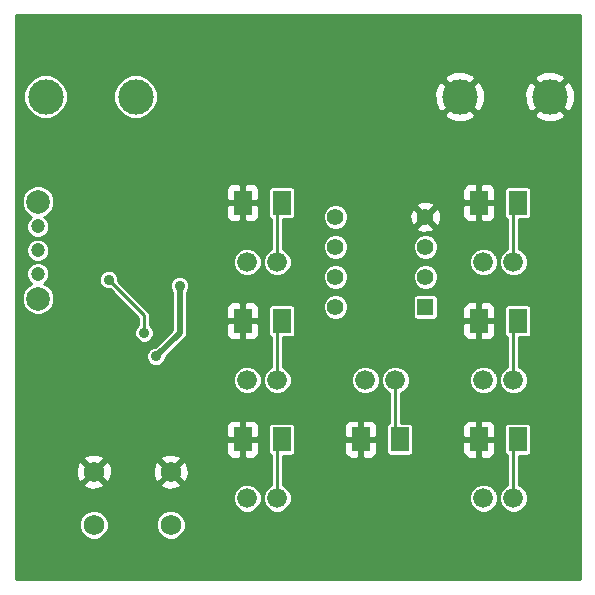
<source format=gbl>
G04 (created by PCBNEW (2013-07-07 BZR 4022)-stable) date 24.11.2014 19:09:12*
%MOIN*%
G04 Gerber Fmt 3.4, Leading zero omitted, Abs format*
%FSLAX34Y34*%
G01*
G70*
G90*
G04 APERTURE LIST*
%ADD10C,0.00590551*%
%ADD11R,0.06X0.08*%
%ADD12C,0.066*%
%ADD13C,0.11811*%
%ADD14R,0.055X0.055*%
%ADD15C,0.055*%
%ADD16C,0.0688976*%
%ADD17C,0.0472441*%
%ADD18C,0.0787402*%
%ADD19C,0.035*%
%ADD20C,0.01*%
%ADD21C,0.019685*%
G04 APERTURE END LIST*
G54D10*
G54D11*
X100256Y-43700D03*
X98956Y-43700D03*
X108130Y-51574D03*
X106830Y-51574D03*
X100256Y-47637D03*
X98956Y-47637D03*
X100256Y-51574D03*
X98956Y-51574D03*
X104193Y-51574D03*
X102893Y-51574D03*
X108130Y-43700D03*
X106830Y-43700D03*
X108130Y-47637D03*
X106830Y-47637D03*
G54D12*
X106980Y-53543D03*
X107980Y-53543D03*
X106980Y-49606D03*
X107980Y-49606D03*
X106980Y-45669D03*
X107980Y-45669D03*
X103043Y-49606D03*
X104043Y-49606D03*
X99106Y-53543D03*
X100106Y-53543D03*
X99106Y-49606D03*
X100106Y-49606D03*
X99106Y-45669D03*
X100106Y-45669D03*
G54D13*
X95387Y-40157D03*
X106187Y-40157D03*
X92387Y-40157D03*
X109187Y-40157D03*
G54D14*
X105043Y-47169D03*
G54D15*
X105043Y-46169D03*
X105043Y-45169D03*
X105043Y-44169D03*
X102043Y-44169D03*
X102043Y-45169D03*
X102043Y-46169D03*
X102043Y-47169D03*
G54D16*
X93996Y-54429D03*
X93996Y-52657D03*
X96555Y-52657D03*
X96555Y-54429D03*
G54D17*
X92125Y-45275D03*
X92125Y-46062D03*
G54D18*
X92125Y-46889D03*
X92125Y-43661D03*
G54D17*
X92125Y-44488D03*
G54D19*
X96850Y-49606D03*
X94488Y-49212D03*
X94488Y-46259D03*
X95669Y-48031D03*
X96062Y-48818D03*
X96850Y-46456D03*
G54D20*
X107980Y-45669D02*
X107980Y-43850D01*
X107980Y-43850D02*
X108130Y-43700D01*
X107980Y-49606D02*
X107980Y-47787D01*
X107980Y-47787D02*
X108130Y-47637D01*
X100106Y-45669D02*
X100106Y-43850D01*
X100106Y-43850D02*
X100256Y-43700D01*
X95669Y-47440D02*
X94488Y-46259D01*
X95669Y-47637D02*
X95669Y-47440D01*
X95669Y-48031D02*
X95669Y-47637D01*
X107980Y-53543D02*
X107980Y-51724D01*
X107980Y-51724D02*
X108130Y-51574D01*
X100106Y-53543D02*
X100106Y-51724D01*
X100106Y-51724D02*
X100256Y-51574D01*
X100106Y-49606D02*
X100106Y-47787D01*
X100106Y-47787D02*
X100256Y-47637D01*
X104043Y-49606D02*
X104043Y-51424D01*
X104043Y-51424D02*
X104193Y-51574D01*
G54D21*
X96850Y-48031D02*
X96850Y-46456D01*
X96850Y-48031D02*
X96062Y-48818D01*
G54D10*
G36*
X110186Y-56249D02*
X110030Y-56249D01*
X110030Y-40308D01*
X110024Y-39974D01*
X109908Y-39695D01*
X109783Y-39632D01*
X109712Y-39702D01*
X109712Y-39561D01*
X109649Y-39435D01*
X109338Y-39313D01*
X109003Y-39320D01*
X108724Y-39435D01*
X108661Y-39561D01*
X109187Y-40086D01*
X109712Y-39561D01*
X109712Y-39702D01*
X109257Y-40157D01*
X109783Y-40682D01*
X109908Y-40619D01*
X110030Y-40308D01*
X110030Y-56249D01*
X109712Y-56249D01*
X109712Y-40753D01*
X109187Y-40228D01*
X109116Y-40298D01*
X109116Y-40157D01*
X108590Y-39632D01*
X108465Y-39695D01*
X108343Y-40006D01*
X108349Y-40340D01*
X108465Y-40619D01*
X108590Y-40682D01*
X109116Y-40157D01*
X109116Y-40298D01*
X108661Y-40753D01*
X108724Y-40879D01*
X109035Y-41001D01*
X109370Y-40994D01*
X109649Y-40879D01*
X109712Y-40753D01*
X109712Y-56249D01*
X108580Y-56249D01*
X108580Y-51945D01*
X108580Y-51145D01*
X108580Y-48008D01*
X108580Y-47208D01*
X108580Y-44071D01*
X108580Y-43271D01*
X108557Y-43215D01*
X108515Y-43173D01*
X108460Y-43150D01*
X108400Y-43150D01*
X107800Y-43150D01*
X107745Y-43173D01*
X107703Y-43215D01*
X107680Y-43270D01*
X107680Y-43330D01*
X107680Y-44130D01*
X107703Y-44185D01*
X107745Y-44227D01*
X107780Y-44242D01*
X107780Y-45232D01*
X107708Y-45262D01*
X107573Y-45397D01*
X107500Y-45573D01*
X107500Y-45764D01*
X107573Y-45940D01*
X107708Y-46075D01*
X107884Y-46149D01*
X108075Y-46149D01*
X108251Y-46076D01*
X108387Y-45941D01*
X108460Y-45765D01*
X108460Y-45574D01*
X108387Y-45397D01*
X108252Y-45262D01*
X108180Y-45232D01*
X108180Y-44250D01*
X108460Y-44250D01*
X108515Y-44228D01*
X108557Y-44185D01*
X108580Y-44130D01*
X108580Y-44071D01*
X108580Y-47208D01*
X108557Y-47152D01*
X108515Y-47110D01*
X108460Y-47087D01*
X108400Y-47087D01*
X107800Y-47087D01*
X107745Y-47110D01*
X107703Y-47152D01*
X107680Y-47207D01*
X107680Y-47267D01*
X107680Y-48067D01*
X107703Y-48122D01*
X107745Y-48164D01*
X107780Y-48179D01*
X107780Y-49169D01*
X107708Y-49199D01*
X107573Y-49334D01*
X107500Y-49510D01*
X107500Y-49701D01*
X107573Y-49877D01*
X107708Y-50012D01*
X107884Y-50086D01*
X108075Y-50086D01*
X108251Y-50013D01*
X108387Y-49878D01*
X108460Y-49702D01*
X108460Y-49511D01*
X108387Y-49334D01*
X108252Y-49199D01*
X108180Y-49169D01*
X108180Y-48187D01*
X108460Y-48187D01*
X108515Y-48165D01*
X108557Y-48122D01*
X108580Y-48067D01*
X108580Y-48008D01*
X108580Y-51145D01*
X108557Y-51089D01*
X108515Y-51047D01*
X108460Y-51024D01*
X108400Y-51024D01*
X107800Y-51024D01*
X107745Y-51047D01*
X107703Y-51089D01*
X107680Y-51144D01*
X107680Y-51204D01*
X107680Y-52004D01*
X107703Y-52059D01*
X107745Y-52101D01*
X107780Y-52116D01*
X107780Y-53106D01*
X107708Y-53136D01*
X107573Y-53271D01*
X107500Y-53447D01*
X107500Y-53638D01*
X107573Y-53814D01*
X107708Y-53949D01*
X107884Y-54023D01*
X108075Y-54023D01*
X108251Y-53950D01*
X108387Y-53815D01*
X108460Y-53639D01*
X108460Y-53448D01*
X108387Y-53271D01*
X108252Y-53136D01*
X108180Y-53106D01*
X108180Y-52124D01*
X108460Y-52124D01*
X108515Y-52102D01*
X108557Y-52059D01*
X108580Y-52004D01*
X108580Y-51945D01*
X108580Y-56249D01*
X107460Y-56249D01*
X107460Y-53448D01*
X107460Y-49511D01*
X107460Y-45574D01*
X107387Y-45397D01*
X107380Y-45390D01*
X107380Y-44051D01*
X107380Y-43350D01*
X107380Y-43250D01*
X107342Y-43158D01*
X107271Y-43088D01*
X107179Y-43050D01*
X107030Y-43050D01*
X107030Y-40308D01*
X107024Y-39974D01*
X106908Y-39695D01*
X106783Y-39632D01*
X106712Y-39702D01*
X106712Y-39561D01*
X106649Y-39435D01*
X106338Y-39313D01*
X106003Y-39320D01*
X105724Y-39435D01*
X105661Y-39561D01*
X106187Y-40086D01*
X106712Y-39561D01*
X106712Y-39702D01*
X106257Y-40157D01*
X106783Y-40682D01*
X106908Y-40619D01*
X107030Y-40308D01*
X107030Y-43050D01*
X106942Y-43050D01*
X106880Y-43113D01*
X106880Y-43650D01*
X107317Y-43650D01*
X107380Y-43588D01*
X107380Y-43350D01*
X107380Y-44051D01*
X107380Y-43813D01*
X107317Y-43750D01*
X106880Y-43750D01*
X106880Y-44288D01*
X106942Y-44350D01*
X107179Y-44350D01*
X107271Y-44312D01*
X107342Y-44242D01*
X107380Y-44150D01*
X107380Y-44051D01*
X107380Y-45390D01*
X107252Y-45262D01*
X107076Y-45189D01*
X106885Y-45189D01*
X106780Y-45232D01*
X106780Y-44288D01*
X106780Y-43750D01*
X106780Y-43650D01*
X106780Y-43113D01*
X106717Y-43050D01*
X106712Y-43050D01*
X106712Y-40753D01*
X106187Y-40228D01*
X106116Y-40298D01*
X106116Y-40157D01*
X105590Y-39632D01*
X105465Y-39695D01*
X105343Y-40006D01*
X105349Y-40340D01*
X105465Y-40619D01*
X105590Y-40682D01*
X106116Y-40157D01*
X106116Y-40298D01*
X105661Y-40753D01*
X105724Y-40879D01*
X106035Y-41001D01*
X106370Y-40994D01*
X106649Y-40879D01*
X106712Y-40753D01*
X106712Y-43050D01*
X106480Y-43050D01*
X106388Y-43088D01*
X106318Y-43158D01*
X106280Y-43250D01*
X106280Y-43350D01*
X106280Y-43588D01*
X106342Y-43650D01*
X106780Y-43650D01*
X106780Y-43750D01*
X106342Y-43750D01*
X106280Y-43813D01*
X106280Y-44051D01*
X106280Y-44150D01*
X106318Y-44242D01*
X106388Y-44312D01*
X106480Y-44350D01*
X106717Y-44350D01*
X106780Y-44288D01*
X106780Y-45232D01*
X106708Y-45262D01*
X106573Y-45397D01*
X106500Y-45573D01*
X106500Y-45764D01*
X106573Y-45940D01*
X106708Y-46075D01*
X106884Y-46149D01*
X107075Y-46149D01*
X107251Y-46076D01*
X107387Y-45941D01*
X107460Y-45765D01*
X107460Y-45574D01*
X107460Y-49511D01*
X107387Y-49334D01*
X107380Y-49327D01*
X107380Y-47988D01*
X107380Y-47287D01*
X107380Y-47187D01*
X107342Y-47095D01*
X107271Y-47025D01*
X107179Y-46987D01*
X106942Y-46987D01*
X106880Y-47050D01*
X106880Y-47587D01*
X107317Y-47587D01*
X107380Y-47525D01*
X107380Y-47287D01*
X107380Y-47988D01*
X107380Y-47750D01*
X107317Y-47687D01*
X106880Y-47687D01*
X106880Y-48225D01*
X106942Y-48287D01*
X107179Y-48287D01*
X107271Y-48249D01*
X107342Y-48179D01*
X107380Y-48087D01*
X107380Y-47988D01*
X107380Y-49327D01*
X107252Y-49199D01*
X107076Y-49126D01*
X106885Y-49126D01*
X106780Y-49169D01*
X106780Y-48225D01*
X106780Y-47687D01*
X106780Y-47587D01*
X106780Y-47050D01*
X106717Y-46987D01*
X106480Y-46987D01*
X106388Y-47025D01*
X106318Y-47095D01*
X106280Y-47187D01*
X106280Y-47287D01*
X106280Y-47525D01*
X106342Y-47587D01*
X106780Y-47587D01*
X106780Y-47687D01*
X106342Y-47687D01*
X106280Y-47750D01*
X106280Y-47988D01*
X106280Y-48087D01*
X106318Y-48179D01*
X106388Y-48249D01*
X106480Y-48287D01*
X106717Y-48287D01*
X106780Y-48225D01*
X106780Y-49169D01*
X106708Y-49199D01*
X106573Y-49334D01*
X106500Y-49510D01*
X106500Y-49701D01*
X106573Y-49877D01*
X106708Y-50012D01*
X106884Y-50086D01*
X107075Y-50086D01*
X107251Y-50013D01*
X107387Y-49878D01*
X107460Y-49702D01*
X107460Y-49511D01*
X107460Y-53448D01*
X107387Y-53271D01*
X107380Y-53264D01*
X107380Y-51925D01*
X107380Y-51224D01*
X107380Y-51124D01*
X107342Y-51033D01*
X107271Y-50962D01*
X107179Y-50924D01*
X106942Y-50924D01*
X106880Y-50987D01*
X106880Y-51524D01*
X107317Y-51524D01*
X107380Y-51462D01*
X107380Y-51224D01*
X107380Y-51925D01*
X107380Y-51687D01*
X107317Y-51624D01*
X106880Y-51624D01*
X106880Y-52162D01*
X106942Y-52224D01*
X107179Y-52224D01*
X107271Y-52186D01*
X107342Y-52116D01*
X107380Y-52024D01*
X107380Y-51925D01*
X107380Y-53264D01*
X107252Y-53136D01*
X107076Y-53063D01*
X106885Y-53063D01*
X106780Y-53106D01*
X106780Y-52162D01*
X106780Y-51624D01*
X106780Y-51524D01*
X106780Y-50987D01*
X106717Y-50924D01*
X106480Y-50924D01*
X106388Y-50962D01*
X106318Y-51033D01*
X106280Y-51124D01*
X106280Y-51224D01*
X106280Y-51462D01*
X106342Y-51524D01*
X106780Y-51524D01*
X106780Y-51624D01*
X106342Y-51624D01*
X106280Y-51687D01*
X106280Y-51925D01*
X106280Y-52024D01*
X106318Y-52116D01*
X106388Y-52186D01*
X106480Y-52224D01*
X106717Y-52224D01*
X106780Y-52162D01*
X106780Y-53106D01*
X106708Y-53136D01*
X106573Y-53271D01*
X106500Y-53447D01*
X106500Y-53638D01*
X106573Y-53814D01*
X106708Y-53949D01*
X106884Y-54023D01*
X107075Y-54023D01*
X107251Y-53950D01*
X107387Y-53815D01*
X107460Y-53639D01*
X107460Y-53448D01*
X107460Y-56249D01*
X105573Y-56249D01*
X105573Y-44245D01*
X105561Y-44036D01*
X105503Y-43896D01*
X105411Y-43872D01*
X105340Y-43942D01*
X105340Y-43801D01*
X105316Y-43708D01*
X105119Y-43639D01*
X104910Y-43650D01*
X104770Y-43708D01*
X104746Y-43801D01*
X105043Y-44098D01*
X105340Y-43801D01*
X105340Y-43942D01*
X105114Y-44169D01*
X105411Y-44466D01*
X105503Y-44442D01*
X105573Y-44245D01*
X105573Y-56249D01*
X105468Y-56249D01*
X105468Y-46085D01*
X105468Y-45085D01*
X105403Y-44928D01*
X105340Y-44865D01*
X105340Y-44537D01*
X105043Y-44240D01*
X104972Y-44310D01*
X104972Y-44169D01*
X104675Y-43872D01*
X104582Y-43896D01*
X104513Y-44093D01*
X104524Y-44302D01*
X104582Y-44442D01*
X104675Y-44466D01*
X104972Y-44169D01*
X104972Y-44310D01*
X104746Y-44537D01*
X104770Y-44629D01*
X104967Y-44699D01*
X105176Y-44687D01*
X105316Y-44629D01*
X105340Y-44537D01*
X105340Y-44865D01*
X105284Y-44809D01*
X105128Y-44744D01*
X104959Y-44744D01*
X104802Y-44808D01*
X104683Y-44928D01*
X104618Y-45084D01*
X104618Y-45253D01*
X104682Y-45409D01*
X104802Y-45529D01*
X104958Y-45594D01*
X105127Y-45594D01*
X105283Y-45529D01*
X105403Y-45410D01*
X105468Y-45254D01*
X105468Y-45085D01*
X105468Y-46085D01*
X105403Y-45928D01*
X105284Y-45809D01*
X105128Y-45744D01*
X104959Y-45744D01*
X104802Y-45808D01*
X104683Y-45928D01*
X104618Y-46084D01*
X104618Y-46253D01*
X104682Y-46409D01*
X104802Y-46529D01*
X104958Y-46594D01*
X105127Y-46594D01*
X105283Y-46529D01*
X105403Y-46410D01*
X105468Y-46254D01*
X105468Y-46085D01*
X105468Y-56249D01*
X105468Y-56249D01*
X105468Y-47414D01*
X105468Y-46864D01*
X105445Y-46809D01*
X105403Y-46767D01*
X105348Y-46744D01*
X105288Y-46744D01*
X104738Y-46744D01*
X104683Y-46767D01*
X104641Y-46809D01*
X104618Y-46864D01*
X104618Y-46923D01*
X104618Y-47473D01*
X104641Y-47529D01*
X104683Y-47571D01*
X104738Y-47594D01*
X104798Y-47594D01*
X105348Y-47594D01*
X105403Y-47571D01*
X105445Y-47529D01*
X105468Y-47474D01*
X105468Y-47414D01*
X105468Y-56249D01*
X104643Y-56249D01*
X104643Y-51945D01*
X104643Y-51145D01*
X104620Y-51089D01*
X104578Y-51047D01*
X104523Y-51024D01*
X104463Y-51024D01*
X104243Y-51024D01*
X104243Y-50043D01*
X104314Y-50013D01*
X104449Y-49878D01*
X104523Y-49702D01*
X104523Y-49511D01*
X104450Y-49334D01*
X104315Y-49199D01*
X104139Y-49126D01*
X103948Y-49126D01*
X103771Y-49199D01*
X103636Y-49334D01*
X103563Y-49510D01*
X103563Y-49701D01*
X103636Y-49877D01*
X103771Y-50012D01*
X103843Y-50042D01*
X103843Y-51033D01*
X103808Y-51047D01*
X103766Y-51089D01*
X103743Y-51144D01*
X103743Y-51204D01*
X103743Y-52004D01*
X103766Y-52059D01*
X103808Y-52101D01*
X103863Y-52124D01*
X103923Y-52124D01*
X104523Y-52124D01*
X104578Y-52102D01*
X104620Y-52059D01*
X104643Y-52004D01*
X104643Y-51945D01*
X104643Y-56249D01*
X103523Y-56249D01*
X103523Y-49511D01*
X103450Y-49334D01*
X103315Y-49199D01*
X103139Y-49126D01*
X102948Y-49126D01*
X102771Y-49199D01*
X102636Y-49334D01*
X102563Y-49510D01*
X102563Y-49701D01*
X102636Y-49877D01*
X102771Y-50012D01*
X102947Y-50086D01*
X103138Y-50086D01*
X103314Y-50013D01*
X103449Y-49878D01*
X103523Y-49702D01*
X103523Y-49511D01*
X103523Y-56249D01*
X103443Y-56249D01*
X103443Y-51925D01*
X103443Y-51224D01*
X103443Y-51124D01*
X103405Y-51033D01*
X103334Y-50962D01*
X103242Y-50924D01*
X103005Y-50924D01*
X102943Y-50987D01*
X102943Y-51524D01*
X103380Y-51524D01*
X103443Y-51462D01*
X103443Y-51224D01*
X103443Y-51925D01*
X103443Y-51687D01*
X103380Y-51624D01*
X102943Y-51624D01*
X102943Y-52162D01*
X103005Y-52224D01*
X103242Y-52224D01*
X103334Y-52186D01*
X103405Y-52116D01*
X103443Y-52024D01*
X103443Y-51925D01*
X103443Y-56249D01*
X102843Y-56249D01*
X102843Y-52162D01*
X102843Y-51624D01*
X102843Y-51524D01*
X102843Y-50987D01*
X102780Y-50924D01*
X102543Y-50924D01*
X102468Y-50955D01*
X102468Y-47085D01*
X102468Y-46085D01*
X102468Y-45085D01*
X102468Y-44085D01*
X102403Y-43928D01*
X102284Y-43809D01*
X102128Y-43744D01*
X101959Y-43744D01*
X101802Y-43808D01*
X101683Y-43928D01*
X101618Y-44084D01*
X101618Y-44253D01*
X101682Y-44409D01*
X101802Y-44529D01*
X101958Y-44594D01*
X102127Y-44594D01*
X102283Y-44529D01*
X102403Y-44410D01*
X102468Y-44254D01*
X102468Y-44085D01*
X102468Y-45085D01*
X102403Y-44928D01*
X102284Y-44809D01*
X102128Y-44744D01*
X101959Y-44744D01*
X101802Y-44808D01*
X101683Y-44928D01*
X101618Y-45084D01*
X101618Y-45253D01*
X101682Y-45409D01*
X101802Y-45529D01*
X101958Y-45594D01*
X102127Y-45594D01*
X102283Y-45529D01*
X102403Y-45410D01*
X102468Y-45254D01*
X102468Y-45085D01*
X102468Y-46085D01*
X102403Y-45928D01*
X102284Y-45809D01*
X102128Y-45744D01*
X101959Y-45744D01*
X101802Y-45808D01*
X101683Y-45928D01*
X101618Y-46084D01*
X101618Y-46253D01*
X101682Y-46409D01*
X101802Y-46529D01*
X101958Y-46594D01*
X102127Y-46594D01*
X102283Y-46529D01*
X102403Y-46410D01*
X102468Y-46254D01*
X102468Y-46085D01*
X102468Y-47085D01*
X102403Y-46928D01*
X102284Y-46809D01*
X102128Y-46744D01*
X101959Y-46744D01*
X101802Y-46808D01*
X101683Y-46928D01*
X101618Y-47084D01*
X101618Y-47253D01*
X101682Y-47409D01*
X101802Y-47529D01*
X101958Y-47594D01*
X102127Y-47594D01*
X102283Y-47529D01*
X102403Y-47410D01*
X102468Y-47254D01*
X102468Y-47085D01*
X102468Y-50955D01*
X102451Y-50962D01*
X102381Y-51033D01*
X102343Y-51124D01*
X102343Y-51224D01*
X102343Y-51462D01*
X102405Y-51524D01*
X102843Y-51524D01*
X102843Y-51624D01*
X102405Y-51624D01*
X102343Y-51687D01*
X102343Y-51925D01*
X102343Y-52024D01*
X102381Y-52116D01*
X102451Y-52186D01*
X102543Y-52224D01*
X102780Y-52224D01*
X102843Y-52162D01*
X102843Y-56249D01*
X100706Y-56249D01*
X100706Y-51945D01*
X100706Y-51145D01*
X100706Y-48008D01*
X100706Y-47208D01*
X100706Y-44071D01*
X100706Y-43271D01*
X100683Y-43215D01*
X100641Y-43173D01*
X100586Y-43150D01*
X100526Y-43150D01*
X99926Y-43150D01*
X99871Y-43173D01*
X99829Y-43215D01*
X99806Y-43270D01*
X99806Y-43330D01*
X99806Y-44130D01*
X99829Y-44185D01*
X99871Y-44227D01*
X99906Y-44242D01*
X99906Y-45232D01*
X99834Y-45262D01*
X99699Y-45397D01*
X99626Y-45573D01*
X99626Y-45764D01*
X99699Y-45940D01*
X99834Y-46075D01*
X100010Y-46149D01*
X100201Y-46149D01*
X100377Y-46076D01*
X100512Y-45941D01*
X100586Y-45765D01*
X100586Y-45574D01*
X100513Y-45397D01*
X100378Y-45262D01*
X100306Y-45232D01*
X100306Y-44250D01*
X100586Y-44250D01*
X100641Y-44228D01*
X100683Y-44185D01*
X100706Y-44130D01*
X100706Y-44071D01*
X100706Y-47208D01*
X100683Y-47152D01*
X100641Y-47110D01*
X100586Y-47087D01*
X100526Y-47087D01*
X99926Y-47087D01*
X99871Y-47110D01*
X99829Y-47152D01*
X99806Y-47207D01*
X99806Y-47267D01*
X99806Y-48067D01*
X99829Y-48122D01*
X99871Y-48164D01*
X99906Y-48179D01*
X99906Y-49169D01*
X99834Y-49199D01*
X99699Y-49334D01*
X99626Y-49510D01*
X99626Y-49701D01*
X99699Y-49877D01*
X99834Y-50012D01*
X100010Y-50086D01*
X100201Y-50086D01*
X100377Y-50013D01*
X100512Y-49878D01*
X100586Y-49702D01*
X100586Y-49511D01*
X100513Y-49334D01*
X100378Y-49199D01*
X100306Y-49169D01*
X100306Y-48187D01*
X100586Y-48187D01*
X100641Y-48165D01*
X100683Y-48122D01*
X100706Y-48067D01*
X100706Y-48008D01*
X100706Y-51145D01*
X100683Y-51089D01*
X100641Y-51047D01*
X100586Y-51024D01*
X100526Y-51024D01*
X99926Y-51024D01*
X99871Y-51047D01*
X99829Y-51089D01*
X99806Y-51144D01*
X99806Y-51204D01*
X99806Y-52004D01*
X99829Y-52059D01*
X99871Y-52101D01*
X99906Y-52116D01*
X99906Y-53106D01*
X99834Y-53136D01*
X99699Y-53271D01*
X99626Y-53447D01*
X99626Y-53638D01*
X99699Y-53814D01*
X99834Y-53949D01*
X100010Y-54023D01*
X100201Y-54023D01*
X100377Y-53950D01*
X100512Y-53815D01*
X100586Y-53639D01*
X100586Y-53448D01*
X100513Y-53271D01*
X100378Y-53136D01*
X100306Y-53106D01*
X100306Y-52124D01*
X100586Y-52124D01*
X100641Y-52102D01*
X100683Y-52059D01*
X100706Y-52004D01*
X100706Y-51945D01*
X100706Y-56249D01*
X99586Y-56249D01*
X99586Y-53448D01*
X99586Y-49511D01*
X99586Y-45574D01*
X99513Y-45397D01*
X99506Y-45390D01*
X99506Y-44051D01*
X99506Y-43350D01*
X99506Y-43250D01*
X99468Y-43158D01*
X99397Y-43088D01*
X99305Y-43050D01*
X99068Y-43050D01*
X99006Y-43113D01*
X99006Y-43650D01*
X99443Y-43650D01*
X99506Y-43588D01*
X99506Y-43350D01*
X99506Y-44051D01*
X99506Y-43813D01*
X99443Y-43750D01*
X99006Y-43750D01*
X99006Y-44288D01*
X99068Y-44350D01*
X99305Y-44350D01*
X99397Y-44312D01*
X99468Y-44242D01*
X99506Y-44150D01*
X99506Y-44051D01*
X99506Y-45390D01*
X99378Y-45262D01*
X99202Y-45189D01*
X99011Y-45189D01*
X98906Y-45232D01*
X98906Y-44288D01*
X98906Y-43750D01*
X98906Y-43650D01*
X98906Y-43113D01*
X98843Y-43050D01*
X98606Y-43050D01*
X98514Y-43088D01*
X98444Y-43158D01*
X98406Y-43250D01*
X98406Y-43350D01*
X98406Y-43588D01*
X98468Y-43650D01*
X98906Y-43650D01*
X98906Y-43750D01*
X98468Y-43750D01*
X98406Y-43813D01*
X98406Y-44051D01*
X98406Y-44150D01*
X98444Y-44242D01*
X98514Y-44312D01*
X98606Y-44350D01*
X98843Y-44350D01*
X98906Y-44288D01*
X98906Y-45232D01*
X98834Y-45262D01*
X98699Y-45397D01*
X98626Y-45573D01*
X98626Y-45764D01*
X98699Y-45940D01*
X98834Y-46075D01*
X99010Y-46149D01*
X99201Y-46149D01*
X99377Y-46076D01*
X99512Y-45941D01*
X99586Y-45765D01*
X99586Y-45574D01*
X99586Y-49511D01*
X99513Y-49334D01*
X99506Y-49327D01*
X99506Y-47988D01*
X99506Y-47287D01*
X99506Y-47187D01*
X99468Y-47095D01*
X99397Y-47025D01*
X99305Y-46987D01*
X99068Y-46987D01*
X99006Y-47050D01*
X99006Y-47587D01*
X99443Y-47587D01*
X99506Y-47525D01*
X99506Y-47287D01*
X99506Y-47988D01*
X99506Y-47750D01*
X99443Y-47687D01*
X99006Y-47687D01*
X99006Y-48225D01*
X99068Y-48287D01*
X99305Y-48287D01*
X99397Y-48249D01*
X99468Y-48179D01*
X99506Y-48087D01*
X99506Y-47988D01*
X99506Y-49327D01*
X99378Y-49199D01*
X99202Y-49126D01*
X99011Y-49126D01*
X98906Y-49169D01*
X98906Y-48225D01*
X98906Y-47687D01*
X98906Y-47587D01*
X98906Y-47050D01*
X98843Y-46987D01*
X98606Y-46987D01*
X98514Y-47025D01*
X98444Y-47095D01*
X98406Y-47187D01*
X98406Y-47287D01*
X98406Y-47525D01*
X98468Y-47587D01*
X98906Y-47587D01*
X98906Y-47687D01*
X98468Y-47687D01*
X98406Y-47750D01*
X98406Y-47988D01*
X98406Y-48087D01*
X98444Y-48179D01*
X98514Y-48249D01*
X98606Y-48287D01*
X98843Y-48287D01*
X98906Y-48225D01*
X98906Y-49169D01*
X98834Y-49199D01*
X98699Y-49334D01*
X98626Y-49510D01*
X98626Y-49701D01*
X98699Y-49877D01*
X98834Y-50012D01*
X99010Y-50086D01*
X99201Y-50086D01*
X99377Y-50013D01*
X99512Y-49878D01*
X99586Y-49702D01*
X99586Y-49511D01*
X99586Y-53448D01*
X99513Y-53271D01*
X99506Y-53264D01*
X99506Y-51925D01*
X99506Y-51224D01*
X99506Y-51124D01*
X99468Y-51033D01*
X99397Y-50962D01*
X99305Y-50924D01*
X99068Y-50924D01*
X99006Y-50987D01*
X99006Y-51524D01*
X99443Y-51524D01*
X99506Y-51462D01*
X99506Y-51224D01*
X99506Y-51925D01*
X99506Y-51687D01*
X99443Y-51624D01*
X99006Y-51624D01*
X99006Y-52162D01*
X99068Y-52224D01*
X99305Y-52224D01*
X99397Y-52186D01*
X99468Y-52116D01*
X99506Y-52024D01*
X99506Y-51925D01*
X99506Y-53264D01*
X99378Y-53136D01*
X99202Y-53063D01*
X99011Y-53063D01*
X98906Y-53106D01*
X98906Y-52162D01*
X98906Y-51624D01*
X98906Y-51524D01*
X98906Y-50987D01*
X98843Y-50924D01*
X98606Y-50924D01*
X98514Y-50962D01*
X98444Y-51033D01*
X98406Y-51124D01*
X98406Y-51224D01*
X98406Y-51462D01*
X98468Y-51524D01*
X98906Y-51524D01*
X98906Y-51624D01*
X98468Y-51624D01*
X98406Y-51687D01*
X98406Y-51925D01*
X98406Y-52024D01*
X98444Y-52116D01*
X98514Y-52186D01*
X98606Y-52224D01*
X98843Y-52224D01*
X98906Y-52162D01*
X98906Y-53106D01*
X98834Y-53136D01*
X98699Y-53271D01*
X98626Y-53447D01*
X98626Y-53638D01*
X98699Y-53814D01*
X98834Y-53949D01*
X99010Y-54023D01*
X99201Y-54023D01*
X99377Y-53950D01*
X99512Y-53815D01*
X99586Y-53639D01*
X99586Y-53448D01*
X99586Y-56249D01*
X97175Y-56249D01*
X97175Y-46392D01*
X97126Y-46272D01*
X97034Y-46181D01*
X96915Y-46131D01*
X96786Y-46131D01*
X96666Y-46181D01*
X96575Y-46272D01*
X96525Y-46391D01*
X96525Y-46521D01*
X96574Y-46640D01*
X96601Y-46667D01*
X96601Y-47928D01*
X96128Y-48402D01*
X96128Y-40010D01*
X96015Y-39738D01*
X95807Y-39530D01*
X95535Y-39417D01*
X95241Y-39416D01*
X94968Y-39529D01*
X94760Y-39737D01*
X94647Y-40009D01*
X94647Y-40304D01*
X94759Y-40576D01*
X94967Y-40784D01*
X95239Y-40897D01*
X95534Y-40898D01*
X95806Y-40785D01*
X96015Y-40577D01*
X96128Y-40305D01*
X96128Y-40010D01*
X96128Y-48402D01*
X96036Y-48493D01*
X95998Y-48493D01*
X95994Y-48495D01*
X95994Y-47967D01*
X95944Y-47847D01*
X95869Y-47771D01*
X95869Y-47637D01*
X95869Y-47440D01*
X95854Y-47364D01*
X95854Y-47364D01*
X95839Y-47342D01*
X95810Y-47299D01*
X95810Y-47299D01*
X94813Y-46301D01*
X94813Y-46195D01*
X94763Y-46075D01*
X94672Y-45984D01*
X94553Y-45934D01*
X94423Y-45934D01*
X94304Y-45984D01*
X94212Y-46075D01*
X94163Y-46194D01*
X94163Y-46324D01*
X94212Y-46443D01*
X94303Y-46535D01*
X94423Y-46584D01*
X94530Y-46584D01*
X95469Y-47523D01*
X95469Y-47637D01*
X95469Y-47771D01*
X95393Y-47847D01*
X95344Y-47966D01*
X95344Y-48095D01*
X95393Y-48215D01*
X95484Y-48306D01*
X95604Y-48356D01*
X95733Y-48356D01*
X95853Y-48307D01*
X95944Y-48215D01*
X95994Y-48096D01*
X95994Y-47967D01*
X95994Y-48495D01*
X95879Y-48543D01*
X95787Y-48634D01*
X95738Y-48753D01*
X95737Y-48883D01*
X95787Y-49002D01*
X95878Y-49094D01*
X95998Y-49143D01*
X96127Y-49143D01*
X96246Y-49094D01*
X96338Y-49003D01*
X96387Y-48883D01*
X96387Y-48845D01*
X97026Y-48207D01*
X97079Y-48126D01*
X97079Y-48126D01*
X97083Y-48110D01*
X97098Y-48031D01*
X97098Y-48031D01*
X97098Y-46667D01*
X97125Y-46641D01*
X97175Y-46521D01*
X97175Y-46392D01*
X97175Y-56249D01*
X97154Y-56249D01*
X97154Y-52749D01*
X97143Y-52513D01*
X97073Y-52342D01*
X96973Y-52310D01*
X96902Y-52380D01*
X96902Y-52239D01*
X96869Y-52139D01*
X96647Y-52058D01*
X96411Y-52068D01*
X96240Y-52139D01*
X96207Y-52239D01*
X96555Y-52586D01*
X96902Y-52239D01*
X96902Y-52380D01*
X96625Y-52657D01*
X96973Y-53004D01*
X97073Y-52972D01*
X97154Y-52749D01*
X97154Y-56249D01*
X97049Y-56249D01*
X97049Y-54331D01*
X96974Y-54149D01*
X96902Y-54077D01*
X96902Y-53075D01*
X96555Y-52728D01*
X96484Y-52798D01*
X96484Y-52657D01*
X96136Y-52310D01*
X96037Y-52342D01*
X95956Y-52565D01*
X95966Y-52801D01*
X96037Y-52972D01*
X96136Y-53004D01*
X96484Y-52657D01*
X96484Y-52798D01*
X96207Y-53075D01*
X96240Y-53175D01*
X96462Y-53256D01*
X96699Y-53246D01*
X96869Y-53175D01*
X96902Y-53075D01*
X96902Y-54077D01*
X96835Y-54010D01*
X96653Y-53934D01*
X96457Y-53934D01*
X96275Y-54009D01*
X96136Y-54148D01*
X96060Y-54330D01*
X96060Y-54527D01*
X96135Y-54708D01*
X96274Y-54848D01*
X96456Y-54923D01*
X96653Y-54923D01*
X96834Y-54848D01*
X96974Y-54709D01*
X97049Y-54527D01*
X97049Y-54331D01*
X97049Y-56249D01*
X94595Y-56249D01*
X94595Y-52749D01*
X94584Y-52513D01*
X94514Y-52342D01*
X94414Y-52310D01*
X94343Y-52380D01*
X94343Y-52239D01*
X94310Y-52139D01*
X94088Y-52058D01*
X93852Y-52068D01*
X93681Y-52139D01*
X93648Y-52239D01*
X93996Y-52586D01*
X94343Y-52239D01*
X94343Y-52380D01*
X94066Y-52657D01*
X94414Y-53004D01*
X94514Y-52972D01*
X94595Y-52749D01*
X94595Y-56249D01*
X94490Y-56249D01*
X94490Y-54331D01*
X94415Y-54149D01*
X94343Y-54077D01*
X94343Y-53075D01*
X93996Y-52728D01*
X93925Y-52798D01*
X93925Y-52657D01*
X93577Y-52310D01*
X93477Y-52342D01*
X93397Y-52565D01*
X93407Y-52801D01*
X93477Y-52972D01*
X93577Y-53004D01*
X93925Y-52657D01*
X93925Y-52798D01*
X93648Y-53075D01*
X93681Y-53175D01*
X93903Y-53256D01*
X94139Y-53246D01*
X94310Y-53175D01*
X94343Y-53075D01*
X94343Y-54077D01*
X94276Y-54010D01*
X94094Y-53934D01*
X93898Y-53934D01*
X93716Y-54009D01*
X93577Y-54148D01*
X93501Y-54330D01*
X93501Y-54527D01*
X93576Y-54708D01*
X93715Y-54848D01*
X93897Y-54923D01*
X94093Y-54923D01*
X94275Y-54848D01*
X94415Y-54709D01*
X94490Y-54527D01*
X94490Y-54331D01*
X94490Y-56249D01*
X93128Y-56249D01*
X93128Y-40010D01*
X93015Y-39738D01*
X92807Y-39530D01*
X92535Y-39417D01*
X92241Y-39416D01*
X91968Y-39529D01*
X91760Y-39737D01*
X91647Y-40009D01*
X91647Y-40304D01*
X91759Y-40576D01*
X91967Y-40784D01*
X92239Y-40897D01*
X92534Y-40898D01*
X92806Y-40785D01*
X93015Y-40577D01*
X93128Y-40305D01*
X93128Y-40010D01*
X93128Y-56249D01*
X92669Y-56249D01*
X92669Y-46782D01*
X92669Y-43553D01*
X92587Y-43353D01*
X92434Y-43200D01*
X92234Y-43117D01*
X92018Y-43117D01*
X91818Y-43200D01*
X91665Y-43353D01*
X91582Y-43552D01*
X91582Y-43769D01*
X91664Y-43968D01*
X91817Y-44122D01*
X91908Y-44159D01*
X91907Y-44160D01*
X91798Y-44269D01*
X91739Y-44411D01*
X91739Y-44564D01*
X91798Y-44706D01*
X91906Y-44815D01*
X92048Y-44874D01*
X92202Y-44874D01*
X92344Y-44815D01*
X92453Y-44707D01*
X92512Y-44565D01*
X92512Y-44411D01*
X92453Y-44269D01*
X92345Y-44160D01*
X92342Y-44160D01*
X92433Y-44122D01*
X92586Y-43969D01*
X92669Y-43770D01*
X92669Y-43553D01*
X92669Y-46782D01*
X92587Y-46582D01*
X92434Y-46429D01*
X92343Y-46391D01*
X92344Y-46390D01*
X92453Y-46282D01*
X92512Y-46140D01*
X92512Y-45986D01*
X92512Y-45199D01*
X92453Y-45057D01*
X92345Y-44948D01*
X92203Y-44889D01*
X92049Y-44889D01*
X91907Y-44947D01*
X91798Y-45056D01*
X91739Y-45198D01*
X91739Y-45352D01*
X91798Y-45494D01*
X91906Y-45602D01*
X92048Y-45661D01*
X92202Y-45661D01*
X92344Y-45603D01*
X92453Y-45494D01*
X92512Y-45352D01*
X92512Y-45199D01*
X92512Y-45986D01*
X92453Y-45844D01*
X92345Y-45735D01*
X92203Y-45676D01*
X92049Y-45676D01*
X91907Y-45735D01*
X91798Y-45843D01*
X91739Y-45985D01*
X91739Y-46139D01*
X91798Y-46281D01*
X91906Y-46390D01*
X91909Y-46391D01*
X91818Y-46428D01*
X91665Y-46581D01*
X91582Y-46781D01*
X91582Y-46997D01*
X91664Y-47197D01*
X91817Y-47350D01*
X92017Y-47433D01*
X92233Y-47433D01*
X92433Y-47350D01*
X92586Y-47198D01*
X92669Y-46998D01*
X92669Y-46782D01*
X92669Y-56249D01*
X91388Y-56249D01*
X91388Y-37451D01*
X110186Y-37451D01*
X110186Y-56249D01*
X110186Y-56249D01*
G37*
G54D20*
X110186Y-56249D02*
X110030Y-56249D01*
X110030Y-40308D01*
X110024Y-39974D01*
X109908Y-39695D01*
X109783Y-39632D01*
X109712Y-39702D01*
X109712Y-39561D01*
X109649Y-39435D01*
X109338Y-39313D01*
X109003Y-39320D01*
X108724Y-39435D01*
X108661Y-39561D01*
X109187Y-40086D01*
X109712Y-39561D01*
X109712Y-39702D01*
X109257Y-40157D01*
X109783Y-40682D01*
X109908Y-40619D01*
X110030Y-40308D01*
X110030Y-56249D01*
X109712Y-56249D01*
X109712Y-40753D01*
X109187Y-40228D01*
X109116Y-40298D01*
X109116Y-40157D01*
X108590Y-39632D01*
X108465Y-39695D01*
X108343Y-40006D01*
X108349Y-40340D01*
X108465Y-40619D01*
X108590Y-40682D01*
X109116Y-40157D01*
X109116Y-40298D01*
X108661Y-40753D01*
X108724Y-40879D01*
X109035Y-41001D01*
X109370Y-40994D01*
X109649Y-40879D01*
X109712Y-40753D01*
X109712Y-56249D01*
X108580Y-56249D01*
X108580Y-51945D01*
X108580Y-51145D01*
X108580Y-48008D01*
X108580Y-47208D01*
X108580Y-44071D01*
X108580Y-43271D01*
X108557Y-43215D01*
X108515Y-43173D01*
X108460Y-43150D01*
X108400Y-43150D01*
X107800Y-43150D01*
X107745Y-43173D01*
X107703Y-43215D01*
X107680Y-43270D01*
X107680Y-43330D01*
X107680Y-44130D01*
X107703Y-44185D01*
X107745Y-44227D01*
X107780Y-44242D01*
X107780Y-45232D01*
X107708Y-45262D01*
X107573Y-45397D01*
X107500Y-45573D01*
X107500Y-45764D01*
X107573Y-45940D01*
X107708Y-46075D01*
X107884Y-46149D01*
X108075Y-46149D01*
X108251Y-46076D01*
X108387Y-45941D01*
X108460Y-45765D01*
X108460Y-45574D01*
X108387Y-45397D01*
X108252Y-45262D01*
X108180Y-45232D01*
X108180Y-44250D01*
X108460Y-44250D01*
X108515Y-44228D01*
X108557Y-44185D01*
X108580Y-44130D01*
X108580Y-44071D01*
X108580Y-47208D01*
X108557Y-47152D01*
X108515Y-47110D01*
X108460Y-47087D01*
X108400Y-47087D01*
X107800Y-47087D01*
X107745Y-47110D01*
X107703Y-47152D01*
X107680Y-47207D01*
X107680Y-47267D01*
X107680Y-48067D01*
X107703Y-48122D01*
X107745Y-48164D01*
X107780Y-48179D01*
X107780Y-49169D01*
X107708Y-49199D01*
X107573Y-49334D01*
X107500Y-49510D01*
X107500Y-49701D01*
X107573Y-49877D01*
X107708Y-50012D01*
X107884Y-50086D01*
X108075Y-50086D01*
X108251Y-50013D01*
X108387Y-49878D01*
X108460Y-49702D01*
X108460Y-49511D01*
X108387Y-49334D01*
X108252Y-49199D01*
X108180Y-49169D01*
X108180Y-48187D01*
X108460Y-48187D01*
X108515Y-48165D01*
X108557Y-48122D01*
X108580Y-48067D01*
X108580Y-48008D01*
X108580Y-51145D01*
X108557Y-51089D01*
X108515Y-51047D01*
X108460Y-51024D01*
X108400Y-51024D01*
X107800Y-51024D01*
X107745Y-51047D01*
X107703Y-51089D01*
X107680Y-51144D01*
X107680Y-51204D01*
X107680Y-52004D01*
X107703Y-52059D01*
X107745Y-52101D01*
X107780Y-52116D01*
X107780Y-53106D01*
X107708Y-53136D01*
X107573Y-53271D01*
X107500Y-53447D01*
X107500Y-53638D01*
X107573Y-53814D01*
X107708Y-53949D01*
X107884Y-54023D01*
X108075Y-54023D01*
X108251Y-53950D01*
X108387Y-53815D01*
X108460Y-53639D01*
X108460Y-53448D01*
X108387Y-53271D01*
X108252Y-53136D01*
X108180Y-53106D01*
X108180Y-52124D01*
X108460Y-52124D01*
X108515Y-52102D01*
X108557Y-52059D01*
X108580Y-52004D01*
X108580Y-51945D01*
X108580Y-56249D01*
X107460Y-56249D01*
X107460Y-53448D01*
X107460Y-49511D01*
X107460Y-45574D01*
X107387Y-45397D01*
X107380Y-45390D01*
X107380Y-44051D01*
X107380Y-43350D01*
X107380Y-43250D01*
X107342Y-43158D01*
X107271Y-43088D01*
X107179Y-43050D01*
X107030Y-43050D01*
X107030Y-40308D01*
X107024Y-39974D01*
X106908Y-39695D01*
X106783Y-39632D01*
X106712Y-39702D01*
X106712Y-39561D01*
X106649Y-39435D01*
X106338Y-39313D01*
X106003Y-39320D01*
X105724Y-39435D01*
X105661Y-39561D01*
X106187Y-40086D01*
X106712Y-39561D01*
X106712Y-39702D01*
X106257Y-40157D01*
X106783Y-40682D01*
X106908Y-40619D01*
X107030Y-40308D01*
X107030Y-43050D01*
X106942Y-43050D01*
X106880Y-43113D01*
X106880Y-43650D01*
X107317Y-43650D01*
X107380Y-43588D01*
X107380Y-43350D01*
X107380Y-44051D01*
X107380Y-43813D01*
X107317Y-43750D01*
X106880Y-43750D01*
X106880Y-44288D01*
X106942Y-44350D01*
X107179Y-44350D01*
X107271Y-44312D01*
X107342Y-44242D01*
X107380Y-44150D01*
X107380Y-44051D01*
X107380Y-45390D01*
X107252Y-45262D01*
X107076Y-45189D01*
X106885Y-45189D01*
X106780Y-45232D01*
X106780Y-44288D01*
X106780Y-43750D01*
X106780Y-43650D01*
X106780Y-43113D01*
X106717Y-43050D01*
X106712Y-43050D01*
X106712Y-40753D01*
X106187Y-40228D01*
X106116Y-40298D01*
X106116Y-40157D01*
X105590Y-39632D01*
X105465Y-39695D01*
X105343Y-40006D01*
X105349Y-40340D01*
X105465Y-40619D01*
X105590Y-40682D01*
X106116Y-40157D01*
X106116Y-40298D01*
X105661Y-40753D01*
X105724Y-40879D01*
X106035Y-41001D01*
X106370Y-40994D01*
X106649Y-40879D01*
X106712Y-40753D01*
X106712Y-43050D01*
X106480Y-43050D01*
X106388Y-43088D01*
X106318Y-43158D01*
X106280Y-43250D01*
X106280Y-43350D01*
X106280Y-43588D01*
X106342Y-43650D01*
X106780Y-43650D01*
X106780Y-43750D01*
X106342Y-43750D01*
X106280Y-43813D01*
X106280Y-44051D01*
X106280Y-44150D01*
X106318Y-44242D01*
X106388Y-44312D01*
X106480Y-44350D01*
X106717Y-44350D01*
X106780Y-44288D01*
X106780Y-45232D01*
X106708Y-45262D01*
X106573Y-45397D01*
X106500Y-45573D01*
X106500Y-45764D01*
X106573Y-45940D01*
X106708Y-46075D01*
X106884Y-46149D01*
X107075Y-46149D01*
X107251Y-46076D01*
X107387Y-45941D01*
X107460Y-45765D01*
X107460Y-45574D01*
X107460Y-49511D01*
X107387Y-49334D01*
X107380Y-49327D01*
X107380Y-47988D01*
X107380Y-47287D01*
X107380Y-47187D01*
X107342Y-47095D01*
X107271Y-47025D01*
X107179Y-46987D01*
X106942Y-46987D01*
X106880Y-47050D01*
X106880Y-47587D01*
X107317Y-47587D01*
X107380Y-47525D01*
X107380Y-47287D01*
X107380Y-47988D01*
X107380Y-47750D01*
X107317Y-47687D01*
X106880Y-47687D01*
X106880Y-48225D01*
X106942Y-48287D01*
X107179Y-48287D01*
X107271Y-48249D01*
X107342Y-48179D01*
X107380Y-48087D01*
X107380Y-47988D01*
X107380Y-49327D01*
X107252Y-49199D01*
X107076Y-49126D01*
X106885Y-49126D01*
X106780Y-49169D01*
X106780Y-48225D01*
X106780Y-47687D01*
X106780Y-47587D01*
X106780Y-47050D01*
X106717Y-46987D01*
X106480Y-46987D01*
X106388Y-47025D01*
X106318Y-47095D01*
X106280Y-47187D01*
X106280Y-47287D01*
X106280Y-47525D01*
X106342Y-47587D01*
X106780Y-47587D01*
X106780Y-47687D01*
X106342Y-47687D01*
X106280Y-47750D01*
X106280Y-47988D01*
X106280Y-48087D01*
X106318Y-48179D01*
X106388Y-48249D01*
X106480Y-48287D01*
X106717Y-48287D01*
X106780Y-48225D01*
X106780Y-49169D01*
X106708Y-49199D01*
X106573Y-49334D01*
X106500Y-49510D01*
X106500Y-49701D01*
X106573Y-49877D01*
X106708Y-50012D01*
X106884Y-50086D01*
X107075Y-50086D01*
X107251Y-50013D01*
X107387Y-49878D01*
X107460Y-49702D01*
X107460Y-49511D01*
X107460Y-53448D01*
X107387Y-53271D01*
X107380Y-53264D01*
X107380Y-51925D01*
X107380Y-51224D01*
X107380Y-51124D01*
X107342Y-51033D01*
X107271Y-50962D01*
X107179Y-50924D01*
X106942Y-50924D01*
X106880Y-50987D01*
X106880Y-51524D01*
X107317Y-51524D01*
X107380Y-51462D01*
X107380Y-51224D01*
X107380Y-51925D01*
X107380Y-51687D01*
X107317Y-51624D01*
X106880Y-51624D01*
X106880Y-52162D01*
X106942Y-52224D01*
X107179Y-52224D01*
X107271Y-52186D01*
X107342Y-52116D01*
X107380Y-52024D01*
X107380Y-51925D01*
X107380Y-53264D01*
X107252Y-53136D01*
X107076Y-53063D01*
X106885Y-53063D01*
X106780Y-53106D01*
X106780Y-52162D01*
X106780Y-51624D01*
X106780Y-51524D01*
X106780Y-50987D01*
X106717Y-50924D01*
X106480Y-50924D01*
X106388Y-50962D01*
X106318Y-51033D01*
X106280Y-51124D01*
X106280Y-51224D01*
X106280Y-51462D01*
X106342Y-51524D01*
X106780Y-51524D01*
X106780Y-51624D01*
X106342Y-51624D01*
X106280Y-51687D01*
X106280Y-51925D01*
X106280Y-52024D01*
X106318Y-52116D01*
X106388Y-52186D01*
X106480Y-52224D01*
X106717Y-52224D01*
X106780Y-52162D01*
X106780Y-53106D01*
X106708Y-53136D01*
X106573Y-53271D01*
X106500Y-53447D01*
X106500Y-53638D01*
X106573Y-53814D01*
X106708Y-53949D01*
X106884Y-54023D01*
X107075Y-54023D01*
X107251Y-53950D01*
X107387Y-53815D01*
X107460Y-53639D01*
X107460Y-53448D01*
X107460Y-56249D01*
X105573Y-56249D01*
X105573Y-44245D01*
X105561Y-44036D01*
X105503Y-43896D01*
X105411Y-43872D01*
X105340Y-43942D01*
X105340Y-43801D01*
X105316Y-43708D01*
X105119Y-43639D01*
X104910Y-43650D01*
X104770Y-43708D01*
X104746Y-43801D01*
X105043Y-44098D01*
X105340Y-43801D01*
X105340Y-43942D01*
X105114Y-44169D01*
X105411Y-44466D01*
X105503Y-44442D01*
X105573Y-44245D01*
X105573Y-56249D01*
X105468Y-56249D01*
X105468Y-46085D01*
X105468Y-45085D01*
X105403Y-44928D01*
X105340Y-44865D01*
X105340Y-44537D01*
X105043Y-44240D01*
X104972Y-44310D01*
X104972Y-44169D01*
X104675Y-43872D01*
X104582Y-43896D01*
X104513Y-44093D01*
X104524Y-44302D01*
X104582Y-44442D01*
X104675Y-44466D01*
X104972Y-44169D01*
X104972Y-44310D01*
X104746Y-44537D01*
X104770Y-44629D01*
X104967Y-44699D01*
X105176Y-44687D01*
X105316Y-44629D01*
X105340Y-44537D01*
X105340Y-44865D01*
X105284Y-44809D01*
X105128Y-44744D01*
X104959Y-44744D01*
X104802Y-44808D01*
X104683Y-44928D01*
X104618Y-45084D01*
X104618Y-45253D01*
X104682Y-45409D01*
X104802Y-45529D01*
X104958Y-45594D01*
X105127Y-45594D01*
X105283Y-45529D01*
X105403Y-45410D01*
X105468Y-45254D01*
X105468Y-45085D01*
X105468Y-46085D01*
X105403Y-45928D01*
X105284Y-45809D01*
X105128Y-45744D01*
X104959Y-45744D01*
X104802Y-45808D01*
X104683Y-45928D01*
X104618Y-46084D01*
X104618Y-46253D01*
X104682Y-46409D01*
X104802Y-46529D01*
X104958Y-46594D01*
X105127Y-46594D01*
X105283Y-46529D01*
X105403Y-46410D01*
X105468Y-46254D01*
X105468Y-46085D01*
X105468Y-56249D01*
X105468Y-56249D01*
X105468Y-47414D01*
X105468Y-46864D01*
X105445Y-46809D01*
X105403Y-46767D01*
X105348Y-46744D01*
X105288Y-46744D01*
X104738Y-46744D01*
X104683Y-46767D01*
X104641Y-46809D01*
X104618Y-46864D01*
X104618Y-46923D01*
X104618Y-47473D01*
X104641Y-47529D01*
X104683Y-47571D01*
X104738Y-47594D01*
X104798Y-47594D01*
X105348Y-47594D01*
X105403Y-47571D01*
X105445Y-47529D01*
X105468Y-47474D01*
X105468Y-47414D01*
X105468Y-56249D01*
X104643Y-56249D01*
X104643Y-51945D01*
X104643Y-51145D01*
X104620Y-51089D01*
X104578Y-51047D01*
X104523Y-51024D01*
X104463Y-51024D01*
X104243Y-51024D01*
X104243Y-50043D01*
X104314Y-50013D01*
X104449Y-49878D01*
X104523Y-49702D01*
X104523Y-49511D01*
X104450Y-49334D01*
X104315Y-49199D01*
X104139Y-49126D01*
X103948Y-49126D01*
X103771Y-49199D01*
X103636Y-49334D01*
X103563Y-49510D01*
X103563Y-49701D01*
X103636Y-49877D01*
X103771Y-50012D01*
X103843Y-50042D01*
X103843Y-51033D01*
X103808Y-51047D01*
X103766Y-51089D01*
X103743Y-51144D01*
X103743Y-51204D01*
X103743Y-52004D01*
X103766Y-52059D01*
X103808Y-52101D01*
X103863Y-52124D01*
X103923Y-52124D01*
X104523Y-52124D01*
X104578Y-52102D01*
X104620Y-52059D01*
X104643Y-52004D01*
X104643Y-51945D01*
X104643Y-56249D01*
X103523Y-56249D01*
X103523Y-49511D01*
X103450Y-49334D01*
X103315Y-49199D01*
X103139Y-49126D01*
X102948Y-49126D01*
X102771Y-49199D01*
X102636Y-49334D01*
X102563Y-49510D01*
X102563Y-49701D01*
X102636Y-49877D01*
X102771Y-50012D01*
X102947Y-50086D01*
X103138Y-50086D01*
X103314Y-50013D01*
X103449Y-49878D01*
X103523Y-49702D01*
X103523Y-49511D01*
X103523Y-56249D01*
X103443Y-56249D01*
X103443Y-51925D01*
X103443Y-51224D01*
X103443Y-51124D01*
X103405Y-51033D01*
X103334Y-50962D01*
X103242Y-50924D01*
X103005Y-50924D01*
X102943Y-50987D01*
X102943Y-51524D01*
X103380Y-51524D01*
X103443Y-51462D01*
X103443Y-51224D01*
X103443Y-51925D01*
X103443Y-51687D01*
X103380Y-51624D01*
X102943Y-51624D01*
X102943Y-52162D01*
X103005Y-52224D01*
X103242Y-52224D01*
X103334Y-52186D01*
X103405Y-52116D01*
X103443Y-52024D01*
X103443Y-51925D01*
X103443Y-56249D01*
X102843Y-56249D01*
X102843Y-52162D01*
X102843Y-51624D01*
X102843Y-51524D01*
X102843Y-50987D01*
X102780Y-50924D01*
X102543Y-50924D01*
X102468Y-50955D01*
X102468Y-47085D01*
X102468Y-46085D01*
X102468Y-45085D01*
X102468Y-44085D01*
X102403Y-43928D01*
X102284Y-43809D01*
X102128Y-43744D01*
X101959Y-43744D01*
X101802Y-43808D01*
X101683Y-43928D01*
X101618Y-44084D01*
X101618Y-44253D01*
X101682Y-44409D01*
X101802Y-44529D01*
X101958Y-44594D01*
X102127Y-44594D01*
X102283Y-44529D01*
X102403Y-44410D01*
X102468Y-44254D01*
X102468Y-44085D01*
X102468Y-45085D01*
X102403Y-44928D01*
X102284Y-44809D01*
X102128Y-44744D01*
X101959Y-44744D01*
X101802Y-44808D01*
X101683Y-44928D01*
X101618Y-45084D01*
X101618Y-45253D01*
X101682Y-45409D01*
X101802Y-45529D01*
X101958Y-45594D01*
X102127Y-45594D01*
X102283Y-45529D01*
X102403Y-45410D01*
X102468Y-45254D01*
X102468Y-45085D01*
X102468Y-46085D01*
X102403Y-45928D01*
X102284Y-45809D01*
X102128Y-45744D01*
X101959Y-45744D01*
X101802Y-45808D01*
X101683Y-45928D01*
X101618Y-46084D01*
X101618Y-46253D01*
X101682Y-46409D01*
X101802Y-46529D01*
X101958Y-46594D01*
X102127Y-46594D01*
X102283Y-46529D01*
X102403Y-46410D01*
X102468Y-46254D01*
X102468Y-46085D01*
X102468Y-47085D01*
X102403Y-46928D01*
X102284Y-46809D01*
X102128Y-46744D01*
X101959Y-46744D01*
X101802Y-46808D01*
X101683Y-46928D01*
X101618Y-47084D01*
X101618Y-47253D01*
X101682Y-47409D01*
X101802Y-47529D01*
X101958Y-47594D01*
X102127Y-47594D01*
X102283Y-47529D01*
X102403Y-47410D01*
X102468Y-47254D01*
X102468Y-47085D01*
X102468Y-50955D01*
X102451Y-50962D01*
X102381Y-51033D01*
X102343Y-51124D01*
X102343Y-51224D01*
X102343Y-51462D01*
X102405Y-51524D01*
X102843Y-51524D01*
X102843Y-51624D01*
X102405Y-51624D01*
X102343Y-51687D01*
X102343Y-51925D01*
X102343Y-52024D01*
X102381Y-52116D01*
X102451Y-52186D01*
X102543Y-52224D01*
X102780Y-52224D01*
X102843Y-52162D01*
X102843Y-56249D01*
X100706Y-56249D01*
X100706Y-51945D01*
X100706Y-51145D01*
X100706Y-48008D01*
X100706Y-47208D01*
X100706Y-44071D01*
X100706Y-43271D01*
X100683Y-43215D01*
X100641Y-43173D01*
X100586Y-43150D01*
X100526Y-43150D01*
X99926Y-43150D01*
X99871Y-43173D01*
X99829Y-43215D01*
X99806Y-43270D01*
X99806Y-43330D01*
X99806Y-44130D01*
X99829Y-44185D01*
X99871Y-44227D01*
X99906Y-44242D01*
X99906Y-45232D01*
X99834Y-45262D01*
X99699Y-45397D01*
X99626Y-45573D01*
X99626Y-45764D01*
X99699Y-45940D01*
X99834Y-46075D01*
X100010Y-46149D01*
X100201Y-46149D01*
X100377Y-46076D01*
X100512Y-45941D01*
X100586Y-45765D01*
X100586Y-45574D01*
X100513Y-45397D01*
X100378Y-45262D01*
X100306Y-45232D01*
X100306Y-44250D01*
X100586Y-44250D01*
X100641Y-44228D01*
X100683Y-44185D01*
X100706Y-44130D01*
X100706Y-44071D01*
X100706Y-47208D01*
X100683Y-47152D01*
X100641Y-47110D01*
X100586Y-47087D01*
X100526Y-47087D01*
X99926Y-47087D01*
X99871Y-47110D01*
X99829Y-47152D01*
X99806Y-47207D01*
X99806Y-47267D01*
X99806Y-48067D01*
X99829Y-48122D01*
X99871Y-48164D01*
X99906Y-48179D01*
X99906Y-49169D01*
X99834Y-49199D01*
X99699Y-49334D01*
X99626Y-49510D01*
X99626Y-49701D01*
X99699Y-49877D01*
X99834Y-50012D01*
X100010Y-50086D01*
X100201Y-50086D01*
X100377Y-50013D01*
X100512Y-49878D01*
X100586Y-49702D01*
X100586Y-49511D01*
X100513Y-49334D01*
X100378Y-49199D01*
X100306Y-49169D01*
X100306Y-48187D01*
X100586Y-48187D01*
X100641Y-48165D01*
X100683Y-48122D01*
X100706Y-48067D01*
X100706Y-48008D01*
X100706Y-51145D01*
X100683Y-51089D01*
X100641Y-51047D01*
X100586Y-51024D01*
X100526Y-51024D01*
X99926Y-51024D01*
X99871Y-51047D01*
X99829Y-51089D01*
X99806Y-51144D01*
X99806Y-51204D01*
X99806Y-52004D01*
X99829Y-52059D01*
X99871Y-52101D01*
X99906Y-52116D01*
X99906Y-53106D01*
X99834Y-53136D01*
X99699Y-53271D01*
X99626Y-53447D01*
X99626Y-53638D01*
X99699Y-53814D01*
X99834Y-53949D01*
X100010Y-54023D01*
X100201Y-54023D01*
X100377Y-53950D01*
X100512Y-53815D01*
X100586Y-53639D01*
X100586Y-53448D01*
X100513Y-53271D01*
X100378Y-53136D01*
X100306Y-53106D01*
X100306Y-52124D01*
X100586Y-52124D01*
X100641Y-52102D01*
X100683Y-52059D01*
X100706Y-52004D01*
X100706Y-51945D01*
X100706Y-56249D01*
X99586Y-56249D01*
X99586Y-53448D01*
X99586Y-49511D01*
X99586Y-45574D01*
X99513Y-45397D01*
X99506Y-45390D01*
X99506Y-44051D01*
X99506Y-43350D01*
X99506Y-43250D01*
X99468Y-43158D01*
X99397Y-43088D01*
X99305Y-43050D01*
X99068Y-43050D01*
X99006Y-43113D01*
X99006Y-43650D01*
X99443Y-43650D01*
X99506Y-43588D01*
X99506Y-43350D01*
X99506Y-44051D01*
X99506Y-43813D01*
X99443Y-43750D01*
X99006Y-43750D01*
X99006Y-44288D01*
X99068Y-44350D01*
X99305Y-44350D01*
X99397Y-44312D01*
X99468Y-44242D01*
X99506Y-44150D01*
X99506Y-44051D01*
X99506Y-45390D01*
X99378Y-45262D01*
X99202Y-45189D01*
X99011Y-45189D01*
X98906Y-45232D01*
X98906Y-44288D01*
X98906Y-43750D01*
X98906Y-43650D01*
X98906Y-43113D01*
X98843Y-43050D01*
X98606Y-43050D01*
X98514Y-43088D01*
X98444Y-43158D01*
X98406Y-43250D01*
X98406Y-43350D01*
X98406Y-43588D01*
X98468Y-43650D01*
X98906Y-43650D01*
X98906Y-43750D01*
X98468Y-43750D01*
X98406Y-43813D01*
X98406Y-44051D01*
X98406Y-44150D01*
X98444Y-44242D01*
X98514Y-44312D01*
X98606Y-44350D01*
X98843Y-44350D01*
X98906Y-44288D01*
X98906Y-45232D01*
X98834Y-45262D01*
X98699Y-45397D01*
X98626Y-45573D01*
X98626Y-45764D01*
X98699Y-45940D01*
X98834Y-46075D01*
X99010Y-46149D01*
X99201Y-46149D01*
X99377Y-46076D01*
X99512Y-45941D01*
X99586Y-45765D01*
X99586Y-45574D01*
X99586Y-49511D01*
X99513Y-49334D01*
X99506Y-49327D01*
X99506Y-47988D01*
X99506Y-47287D01*
X99506Y-47187D01*
X99468Y-47095D01*
X99397Y-47025D01*
X99305Y-46987D01*
X99068Y-46987D01*
X99006Y-47050D01*
X99006Y-47587D01*
X99443Y-47587D01*
X99506Y-47525D01*
X99506Y-47287D01*
X99506Y-47988D01*
X99506Y-47750D01*
X99443Y-47687D01*
X99006Y-47687D01*
X99006Y-48225D01*
X99068Y-48287D01*
X99305Y-48287D01*
X99397Y-48249D01*
X99468Y-48179D01*
X99506Y-48087D01*
X99506Y-47988D01*
X99506Y-49327D01*
X99378Y-49199D01*
X99202Y-49126D01*
X99011Y-49126D01*
X98906Y-49169D01*
X98906Y-48225D01*
X98906Y-47687D01*
X98906Y-47587D01*
X98906Y-47050D01*
X98843Y-46987D01*
X98606Y-46987D01*
X98514Y-47025D01*
X98444Y-47095D01*
X98406Y-47187D01*
X98406Y-47287D01*
X98406Y-47525D01*
X98468Y-47587D01*
X98906Y-47587D01*
X98906Y-47687D01*
X98468Y-47687D01*
X98406Y-47750D01*
X98406Y-47988D01*
X98406Y-48087D01*
X98444Y-48179D01*
X98514Y-48249D01*
X98606Y-48287D01*
X98843Y-48287D01*
X98906Y-48225D01*
X98906Y-49169D01*
X98834Y-49199D01*
X98699Y-49334D01*
X98626Y-49510D01*
X98626Y-49701D01*
X98699Y-49877D01*
X98834Y-50012D01*
X99010Y-50086D01*
X99201Y-50086D01*
X99377Y-50013D01*
X99512Y-49878D01*
X99586Y-49702D01*
X99586Y-49511D01*
X99586Y-53448D01*
X99513Y-53271D01*
X99506Y-53264D01*
X99506Y-51925D01*
X99506Y-51224D01*
X99506Y-51124D01*
X99468Y-51033D01*
X99397Y-50962D01*
X99305Y-50924D01*
X99068Y-50924D01*
X99006Y-50987D01*
X99006Y-51524D01*
X99443Y-51524D01*
X99506Y-51462D01*
X99506Y-51224D01*
X99506Y-51925D01*
X99506Y-51687D01*
X99443Y-51624D01*
X99006Y-51624D01*
X99006Y-52162D01*
X99068Y-52224D01*
X99305Y-52224D01*
X99397Y-52186D01*
X99468Y-52116D01*
X99506Y-52024D01*
X99506Y-51925D01*
X99506Y-53264D01*
X99378Y-53136D01*
X99202Y-53063D01*
X99011Y-53063D01*
X98906Y-53106D01*
X98906Y-52162D01*
X98906Y-51624D01*
X98906Y-51524D01*
X98906Y-50987D01*
X98843Y-50924D01*
X98606Y-50924D01*
X98514Y-50962D01*
X98444Y-51033D01*
X98406Y-51124D01*
X98406Y-51224D01*
X98406Y-51462D01*
X98468Y-51524D01*
X98906Y-51524D01*
X98906Y-51624D01*
X98468Y-51624D01*
X98406Y-51687D01*
X98406Y-51925D01*
X98406Y-52024D01*
X98444Y-52116D01*
X98514Y-52186D01*
X98606Y-52224D01*
X98843Y-52224D01*
X98906Y-52162D01*
X98906Y-53106D01*
X98834Y-53136D01*
X98699Y-53271D01*
X98626Y-53447D01*
X98626Y-53638D01*
X98699Y-53814D01*
X98834Y-53949D01*
X99010Y-54023D01*
X99201Y-54023D01*
X99377Y-53950D01*
X99512Y-53815D01*
X99586Y-53639D01*
X99586Y-53448D01*
X99586Y-56249D01*
X97175Y-56249D01*
X97175Y-46392D01*
X97126Y-46272D01*
X97034Y-46181D01*
X96915Y-46131D01*
X96786Y-46131D01*
X96666Y-46181D01*
X96575Y-46272D01*
X96525Y-46391D01*
X96525Y-46521D01*
X96574Y-46640D01*
X96601Y-46667D01*
X96601Y-47928D01*
X96128Y-48402D01*
X96128Y-40010D01*
X96015Y-39738D01*
X95807Y-39530D01*
X95535Y-39417D01*
X95241Y-39416D01*
X94968Y-39529D01*
X94760Y-39737D01*
X94647Y-40009D01*
X94647Y-40304D01*
X94759Y-40576D01*
X94967Y-40784D01*
X95239Y-40897D01*
X95534Y-40898D01*
X95806Y-40785D01*
X96015Y-40577D01*
X96128Y-40305D01*
X96128Y-40010D01*
X96128Y-48402D01*
X96036Y-48493D01*
X95998Y-48493D01*
X95994Y-48495D01*
X95994Y-47967D01*
X95944Y-47847D01*
X95869Y-47771D01*
X95869Y-47637D01*
X95869Y-47440D01*
X95854Y-47364D01*
X95854Y-47364D01*
X95839Y-47342D01*
X95810Y-47299D01*
X95810Y-47299D01*
X94813Y-46301D01*
X94813Y-46195D01*
X94763Y-46075D01*
X94672Y-45984D01*
X94553Y-45934D01*
X94423Y-45934D01*
X94304Y-45984D01*
X94212Y-46075D01*
X94163Y-46194D01*
X94163Y-46324D01*
X94212Y-46443D01*
X94303Y-46535D01*
X94423Y-46584D01*
X94530Y-46584D01*
X95469Y-47523D01*
X95469Y-47637D01*
X95469Y-47771D01*
X95393Y-47847D01*
X95344Y-47966D01*
X95344Y-48095D01*
X95393Y-48215D01*
X95484Y-48306D01*
X95604Y-48356D01*
X95733Y-48356D01*
X95853Y-48307D01*
X95944Y-48215D01*
X95994Y-48096D01*
X95994Y-47967D01*
X95994Y-48495D01*
X95879Y-48543D01*
X95787Y-48634D01*
X95738Y-48753D01*
X95737Y-48883D01*
X95787Y-49002D01*
X95878Y-49094D01*
X95998Y-49143D01*
X96127Y-49143D01*
X96246Y-49094D01*
X96338Y-49003D01*
X96387Y-48883D01*
X96387Y-48845D01*
X97026Y-48207D01*
X97079Y-48126D01*
X97079Y-48126D01*
X97083Y-48110D01*
X97098Y-48031D01*
X97098Y-48031D01*
X97098Y-46667D01*
X97125Y-46641D01*
X97175Y-46521D01*
X97175Y-46392D01*
X97175Y-56249D01*
X97154Y-56249D01*
X97154Y-52749D01*
X97143Y-52513D01*
X97073Y-52342D01*
X96973Y-52310D01*
X96902Y-52380D01*
X96902Y-52239D01*
X96869Y-52139D01*
X96647Y-52058D01*
X96411Y-52068D01*
X96240Y-52139D01*
X96207Y-52239D01*
X96555Y-52586D01*
X96902Y-52239D01*
X96902Y-52380D01*
X96625Y-52657D01*
X96973Y-53004D01*
X97073Y-52972D01*
X97154Y-52749D01*
X97154Y-56249D01*
X97049Y-56249D01*
X97049Y-54331D01*
X96974Y-54149D01*
X96902Y-54077D01*
X96902Y-53075D01*
X96555Y-52728D01*
X96484Y-52798D01*
X96484Y-52657D01*
X96136Y-52310D01*
X96037Y-52342D01*
X95956Y-52565D01*
X95966Y-52801D01*
X96037Y-52972D01*
X96136Y-53004D01*
X96484Y-52657D01*
X96484Y-52798D01*
X96207Y-53075D01*
X96240Y-53175D01*
X96462Y-53256D01*
X96699Y-53246D01*
X96869Y-53175D01*
X96902Y-53075D01*
X96902Y-54077D01*
X96835Y-54010D01*
X96653Y-53934D01*
X96457Y-53934D01*
X96275Y-54009D01*
X96136Y-54148D01*
X96060Y-54330D01*
X96060Y-54527D01*
X96135Y-54708D01*
X96274Y-54848D01*
X96456Y-54923D01*
X96653Y-54923D01*
X96834Y-54848D01*
X96974Y-54709D01*
X97049Y-54527D01*
X97049Y-54331D01*
X97049Y-56249D01*
X94595Y-56249D01*
X94595Y-52749D01*
X94584Y-52513D01*
X94514Y-52342D01*
X94414Y-52310D01*
X94343Y-52380D01*
X94343Y-52239D01*
X94310Y-52139D01*
X94088Y-52058D01*
X93852Y-52068D01*
X93681Y-52139D01*
X93648Y-52239D01*
X93996Y-52586D01*
X94343Y-52239D01*
X94343Y-52380D01*
X94066Y-52657D01*
X94414Y-53004D01*
X94514Y-52972D01*
X94595Y-52749D01*
X94595Y-56249D01*
X94490Y-56249D01*
X94490Y-54331D01*
X94415Y-54149D01*
X94343Y-54077D01*
X94343Y-53075D01*
X93996Y-52728D01*
X93925Y-52798D01*
X93925Y-52657D01*
X93577Y-52310D01*
X93477Y-52342D01*
X93397Y-52565D01*
X93407Y-52801D01*
X93477Y-52972D01*
X93577Y-53004D01*
X93925Y-52657D01*
X93925Y-52798D01*
X93648Y-53075D01*
X93681Y-53175D01*
X93903Y-53256D01*
X94139Y-53246D01*
X94310Y-53175D01*
X94343Y-53075D01*
X94343Y-54077D01*
X94276Y-54010D01*
X94094Y-53934D01*
X93898Y-53934D01*
X93716Y-54009D01*
X93577Y-54148D01*
X93501Y-54330D01*
X93501Y-54527D01*
X93576Y-54708D01*
X93715Y-54848D01*
X93897Y-54923D01*
X94093Y-54923D01*
X94275Y-54848D01*
X94415Y-54709D01*
X94490Y-54527D01*
X94490Y-54331D01*
X94490Y-56249D01*
X93128Y-56249D01*
X93128Y-40010D01*
X93015Y-39738D01*
X92807Y-39530D01*
X92535Y-39417D01*
X92241Y-39416D01*
X91968Y-39529D01*
X91760Y-39737D01*
X91647Y-40009D01*
X91647Y-40304D01*
X91759Y-40576D01*
X91967Y-40784D01*
X92239Y-40897D01*
X92534Y-40898D01*
X92806Y-40785D01*
X93015Y-40577D01*
X93128Y-40305D01*
X93128Y-40010D01*
X93128Y-56249D01*
X92669Y-56249D01*
X92669Y-46782D01*
X92669Y-43553D01*
X92587Y-43353D01*
X92434Y-43200D01*
X92234Y-43117D01*
X92018Y-43117D01*
X91818Y-43200D01*
X91665Y-43353D01*
X91582Y-43552D01*
X91582Y-43769D01*
X91664Y-43968D01*
X91817Y-44122D01*
X91908Y-44159D01*
X91907Y-44160D01*
X91798Y-44269D01*
X91739Y-44411D01*
X91739Y-44564D01*
X91798Y-44706D01*
X91906Y-44815D01*
X92048Y-44874D01*
X92202Y-44874D01*
X92344Y-44815D01*
X92453Y-44707D01*
X92512Y-44565D01*
X92512Y-44411D01*
X92453Y-44269D01*
X92345Y-44160D01*
X92342Y-44160D01*
X92433Y-44122D01*
X92586Y-43969D01*
X92669Y-43770D01*
X92669Y-43553D01*
X92669Y-46782D01*
X92587Y-46582D01*
X92434Y-46429D01*
X92343Y-46391D01*
X92344Y-46390D01*
X92453Y-46282D01*
X92512Y-46140D01*
X92512Y-45986D01*
X92512Y-45199D01*
X92453Y-45057D01*
X92345Y-44948D01*
X92203Y-44889D01*
X92049Y-44889D01*
X91907Y-44947D01*
X91798Y-45056D01*
X91739Y-45198D01*
X91739Y-45352D01*
X91798Y-45494D01*
X91906Y-45602D01*
X92048Y-45661D01*
X92202Y-45661D01*
X92344Y-45603D01*
X92453Y-45494D01*
X92512Y-45352D01*
X92512Y-45199D01*
X92512Y-45986D01*
X92453Y-45844D01*
X92345Y-45735D01*
X92203Y-45676D01*
X92049Y-45676D01*
X91907Y-45735D01*
X91798Y-45843D01*
X91739Y-45985D01*
X91739Y-46139D01*
X91798Y-46281D01*
X91906Y-46390D01*
X91909Y-46391D01*
X91818Y-46428D01*
X91665Y-46581D01*
X91582Y-46781D01*
X91582Y-46997D01*
X91664Y-47197D01*
X91817Y-47350D01*
X92017Y-47433D01*
X92233Y-47433D01*
X92433Y-47350D01*
X92586Y-47198D01*
X92669Y-46998D01*
X92669Y-46782D01*
X92669Y-56249D01*
X91388Y-56249D01*
X91388Y-37451D01*
X110186Y-37451D01*
X110186Y-56249D01*
M02*

</source>
